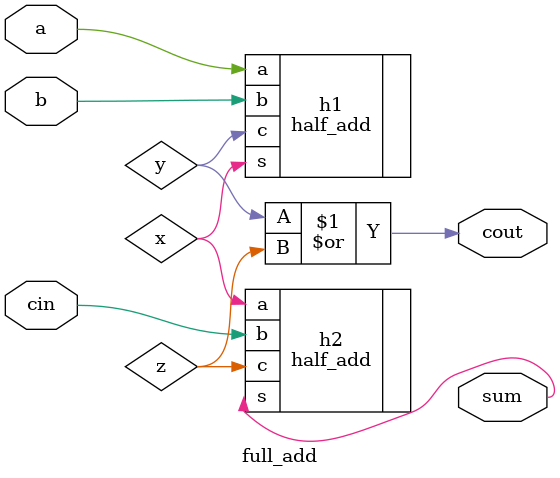
<source format=v>
module full_add(input a,b,cin, output sum,cout);

  wire x,y,z;
 
  half_add h1(.a(a),.b(b),.s(x),.c(y));
  half_add h2(.a(x),.b(cin),.s(sum),.c(z));
  or o1(cout,y,z);
  
endmodule
</source>
